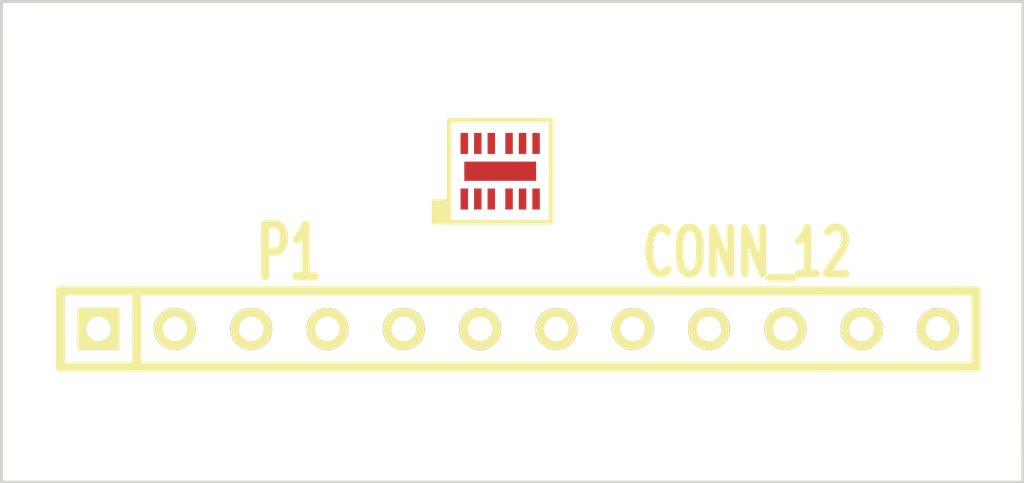
<source format=kicad_pcb>
(kicad_pcb (version 3) (host pcbnew "(2013-jul-07)-stable")

  (general
    (links 13)
    (no_connects 13)
    (area 40.553599 31.621 71.846401 41.576401)
    (thickness 1.6)
    (drawings 6)
    (tracks 0)
    (zones 0)
    (modules 2)
    (nets 13)
  )

  (page A3)
  (layers
    (15 F.Cu signal)
    (0 B.Cu signal)
    (16 B.Adhes user)
    (17 F.Adhes user)
    (18 B.Paste user)
    (19 F.Paste user)
    (20 B.SilkS user)
    (21 F.SilkS user)
    (22 B.Mask user)
    (23 F.Mask user)
    (24 Dwgs.User user)
    (25 Cmts.User user)
    (26 Eco1.User user)
    (27 Eco2.User user)
    (28 Edge.Cuts user)
  )

  (setup
    (last_trace_width 0.1524)
    (trace_clearance 0.1524)
    (zone_clearance 0.508)
    (zone_45_only no)
    (trace_min 0.1524)
    (segment_width 0.2)
    (edge_width 0.1)
    (via_size 0.889)
    (via_drill 0.635)
    (via_min_size 0.889)
    (via_min_drill 0.508)
    (uvia_size 0.508)
    (uvia_drill 0.127)
    (uvias_allowed no)
    (uvia_min_size 0.508)
    (uvia_min_drill 0.127)
    (pcb_text_width 0.3)
    (pcb_text_size 1.5 1.5)
    (mod_edge_width 0.15)
    (mod_text_size 1 1)
    (mod_text_width 0.15)
    (pad_size 1.5 1.5)
    (pad_drill 0.6)
    (pad_to_mask_clearance 0)
    (aux_axis_origin 0 0)
    (visible_elements FFFFFFBF)
    (pcbplotparams
      (layerselection 3178497)
      (usegerberextensions true)
      (excludeedgelayer true)
      (linewidth 0.150000)
      (plotframeref false)
      (viasonmask false)
      (mode 1)
      (useauxorigin false)
      (hpglpennumber 1)
      (hpglpenspeed 20)
      (hpglpendiameter 15)
      (hpglpenoverlay 2)
      (psnegative false)
      (psa4output false)
      (plotreference true)
      (plotvalue true)
      (plotothertext true)
      (plotinvisibletext false)
      (padsonsilk false)
      (subtractmaskfromsilk false)
      (outputformat 1)
      (mirror false)
      (drillshape 1)
      (scaleselection 1)
      (outputdirectory ""))
  )

  (net 0 "")
  (net 1 N-000001)
  (net 2 N-0000010)
  (net 3 N-0000011)
  (net 4 N-0000012)
  (net 5 N-000002)
  (net 6 N-000003)
  (net 7 N-000004)
  (net 8 N-000005)
  (net 9 N-000006)
  (net 10 N-000007)
  (net 11 N-000008)
  (net 12 N-000009)

  (net_class Default "This is the default net class."
    (clearance 0.1524)
    (trace_width 0.1524)
    (via_dia 0.889)
    (via_drill 0.635)
    (uvia_dia 0.508)
    (uvia_drill 0.127)
    (add_net "")
    (add_net N-000001)
    (add_net N-0000010)
    (add_net N-0000011)
    (add_net N-0000012)
    (add_net N-000002)
    (add_net N-000003)
    (add_net N-000004)
    (add_net N-000005)
    (add_net N-000006)
    (add_net N-000007)
    (add_net N-000008)
    (add_net N-000009)
  )

  (module LTC3212 (layer F.Cu) (tedit 55476B36) (tstamp 55476C13)
    (at 55.6 34.65)
    (path /55476405)
    (fp_text reference U1 (at 0 -2.2) (layer F.SilkS) hide
      (effects (font (size 1 1) (thickness 0.15)))
    )
    (fp_text value LTC3212 (at 0 2.5) (layer F.SilkS) hide
      (effects (font (size 1 1) (thickness 0.15)))
    )
    (fp_line (start -2.2 1) (end -2.2 1.7) (layer F.SilkS) (width 0.15))
    (fp_line (start -1.8 1.7) (end -2.1 1.7) (layer F.SilkS) (width 0.15))
    (fp_line (start -2.1 1) (end -2.1 1.6) (layer F.SilkS) (width 0.15))
    (fp_line (start -1.8 1) (end -1.8 1.7) (layer F.SilkS) (width 0.15))
    (fp_line (start -1.9 1) (end -1.9 1.6) (layer F.SilkS) (width 0.15))
    (fp_line (start -2 1) (end -2 1.7) (layer F.SilkS) (width 0.15))
    (fp_line (start -1.7 -1.7) (end 1.7 -1.7) (layer F.SilkS) (width 0.15))
    (fp_line (start 1.7 -1.7) (end 1.7 1.7) (layer F.SilkS) (width 0.15))
    (fp_line (start 1.7 1.7) (end -1.7 1.7) (layer F.SilkS) (width 0.15))
    (fp_line (start -1.7 1.7) (end -1.7 -1.7) (layer F.SilkS) (width 0.15))
    (pad 1 smd rect (at -1.195 0.925) (size 0.25 0.7)
      (layers F.Cu F.Paste F.Mask)
      (net 4 N-0000012)
    )
    (pad 2 smd rect (at -0.745 0.925) (size 0.25 0.7)
      (layers F.Cu F.Paste F.Mask)
      (net 3 N-0000011)
    )
    (pad 3 smd rect (at -0.295 0.925) (size 0.25 0.7)
      (layers F.Cu F.Paste F.Mask)
      (net 2 N-0000010)
    )
    (pad 4 smd rect (at 0.295 0.925) (size 0.25 0.7)
      (layers F.Cu F.Paste F.Mask)
      (net 12 N-000009)
    )
    (pad 5 smd rect (at 0.745 0.925) (size 0.25 0.7)
      (layers F.Cu F.Paste F.Mask)
      (net 7 N-000004)
    )
    (pad 6 smd rect (at 1.195 0.925) (size 0.25 0.7)
      (layers F.Cu F.Paste F.Mask)
      (net 1 N-000001)
    )
    (pad 7 smd rect (at 1.195 -0.925) (size 0.25 0.7)
      (layers F.Cu F.Paste F.Mask)
      (net 10 N-000007)
    )
    (pad 8 smd rect (at 0.745 -0.925) (size 0.25 0.7)
      (layers F.Cu F.Paste F.Mask)
      (net 8 N-000005)
    )
    (pad 9 smd rect (at 0.295 -0.925) (size 0.25 0.7)
      (layers F.Cu F.Paste F.Mask)
      (net 11 N-000008)
    )
    (pad 10 smd rect (at -0.295 -0.925) (size 0.25 0.7)
      (layers F.Cu F.Paste F.Mask)
      (net 9 N-000006)
    )
    (pad 11 smd rect (at -0.745 -0.925) (size 0.25 0.7)
      (layers F.Cu F.Paste F.Mask)
      (net 5 N-000002)
    )
    (pad 12 smd rect (at -1.195 -0.925) (size 0.25 0.7)
      (layers F.Cu F.Paste F.Mask)
      (net 6 N-000003)
    )
    (pad 13 smd rect (at 0 0) (size 2.39 0.64)
      (layers F.Cu F.Paste F.Mask)
      (net 9 N-000006)
    )
  )

  (module SIL-12 (layer F.Cu) (tedit 5031D9E1) (tstamp 55476C4C)
    (at 56.2 39.9)
    (descr "Connecteur 12 pins")
    (tags "CONN DEV")
    (path /554764AF)
    (fp_text reference P1 (at -7.62 -2.54) (layer F.SilkS)
      (effects (font (size 1.72974 1.08712) (thickness 0.3048)))
    )
    (fp_text value CONN_12 (at 7.62 -2.54) (layer F.SilkS)
      (effects (font (size 1.524 1.016) (thickness 0.3048)))
    )
    (fp_line (start -15.24 1.27) (end -15.24 1.27) (layer F.SilkS) (width 0.3048))
    (fp_line (start -15.24 1.27) (end -15.24 -1.27) (layer F.SilkS) (width 0.3048))
    (fp_line (start -15.24 -1.27) (end 10.16 -1.27) (layer F.SilkS) (width 0.3048))
    (fp_line (start 10.16 1.27) (end -15.24 1.27) (layer F.SilkS) (width 0.3048))
    (fp_line (start -12.7 1.27) (end -12.7 -1.27) (layer F.SilkS) (width 0.3048))
    (fp_line (start 10.16 -1.27) (end 14.605 -1.27) (layer F.SilkS) (width 0.3048))
    (fp_line (start 14.605 -1.27) (end 15.24 -1.27) (layer F.SilkS) (width 0.3048))
    (fp_line (start 15.24 -1.27) (end 15.24 1.27) (layer F.SilkS) (width 0.3048))
    (fp_line (start 15.24 1.27) (end 10.16 1.27) (layer F.SilkS) (width 0.3048))
    (pad 1 thru_hole rect (at -13.97 0) (size 1.397 1.397) (drill 0.8128)
      (layers *.Cu *.Mask F.SilkS)
      (net 4 N-0000012)
    )
    (pad 2 thru_hole circle (at -11.43 0) (size 1.397 1.397) (drill 0.8128)
      (layers *.Cu *.Mask F.SilkS)
      (net 3 N-0000011)
    )
    (pad 3 thru_hole circle (at -8.89 0) (size 1.397 1.397) (drill 0.8128)
      (layers *.Cu *.Mask F.SilkS)
      (net 2 N-0000010)
    )
    (pad 4 thru_hole circle (at -6.35 0) (size 1.397 1.397) (drill 0.8128)
      (layers *.Cu *.Mask F.SilkS)
      (net 12 N-000009)
    )
    (pad 5 thru_hole circle (at -3.81 0) (size 1.397 1.397) (drill 0.8128)
      (layers *.Cu *.Mask F.SilkS)
      (net 7 N-000004)
    )
    (pad 6 thru_hole circle (at -1.27 0) (size 1.397 1.397) (drill 0.8128)
      (layers *.Cu *.Mask F.SilkS)
      (net 1 N-000001)
    )
    (pad 7 thru_hole circle (at 1.27 0) (size 1.397 1.397) (drill 0.8128)
      (layers *.Cu *.Mask F.SilkS)
      (net 10 N-000007)
    )
    (pad 8 thru_hole circle (at 3.81 0) (size 1.397 1.397) (drill 0.8128)
      (layers *.Cu *.Mask F.SilkS)
      (net 8 N-000005)
    )
    (pad 9 thru_hole circle (at 6.35 0) (size 1.397 1.397) (drill 0.8128)
      (layers *.Cu *.Mask F.SilkS)
      (net 11 N-000008)
    )
    (pad 10 thru_hole circle (at 8.89 0) (size 1.397 1.397) (drill 0.8128)
      (layers *.Cu *.Mask F.SilkS)
      (net 9 N-000006)
    )
    (pad 11 thru_hole circle (at 11.43 0) (size 1.397 1.397) (drill 0.8128)
      (layers *.Cu *.Mask F.SilkS)
      (net 5 N-000002)
    )
    (pad 12 thru_hole circle (at 13.97 0) (size 1.397 1.397) (drill 0.8128)
      (layers *.Cu *.Mask F.SilkS)
      (net 6 N-000003)
    )
    (model pin_array\pins_array_12x1.wrl
      (at (xyz 0 0 0))
      (scale (xyz 1 1 1))
      (rotate (xyz 0 0 0))
    )
  )

  (gr_line (start 73 42.5) (end 73 44) (angle 90) (layer Edge.Cuts) (width 0.1))
  (gr_line (start 73 45) (end 73 42.5) (angle 90) (layer Edge.Cuts) (width 0.1))
  (gr_line (start 39 45) (end 73 45) (angle 90) (layer Edge.Cuts) (width 0.1))
  (gr_line (start 39 29) (end 39 45) (angle 90) (layer Edge.Cuts) (width 0.1))
  (gr_line (start 73 29) (end 39 29) (angle 90) (layer Edge.Cuts) (width 0.1))
  (gr_line (start 73 43) (end 73 29) (angle 90) (layer Edge.Cuts) (width 0.1))

)

</source>
